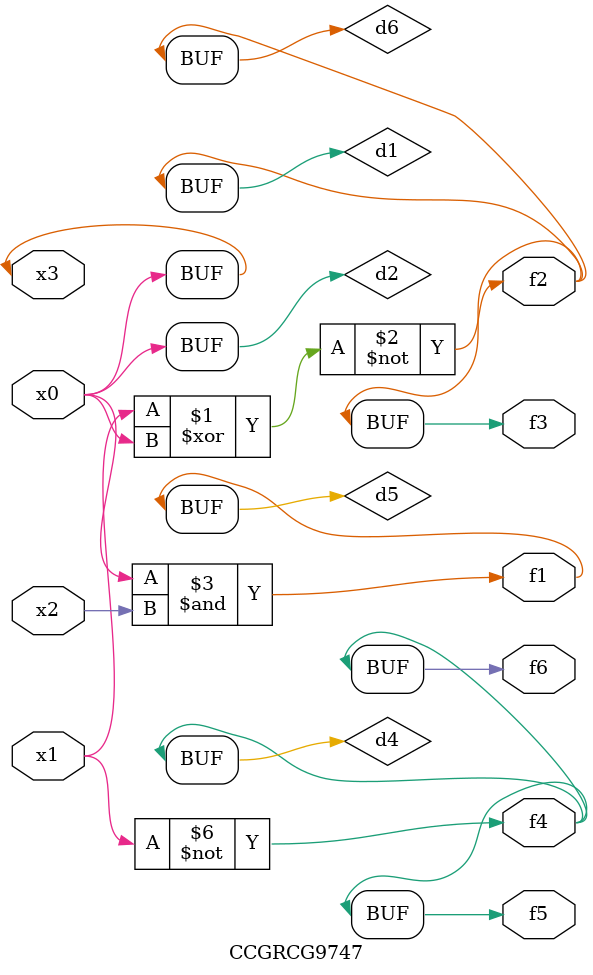
<source format=v>
module CCGRCG9747(
	input x0, x1, x2, x3,
	output f1, f2, f3, f4, f5, f6
);

	wire d1, d2, d3, d4, d5, d6;

	xnor (d1, x1, x3);
	buf (d2, x0, x3);
	nand (d3, x0, x2);
	not (d4, x1);
	nand (d5, d3);
	or (d6, d1);
	assign f1 = d5;
	assign f2 = d6;
	assign f3 = d6;
	assign f4 = d4;
	assign f5 = d4;
	assign f6 = d4;
endmodule

</source>
